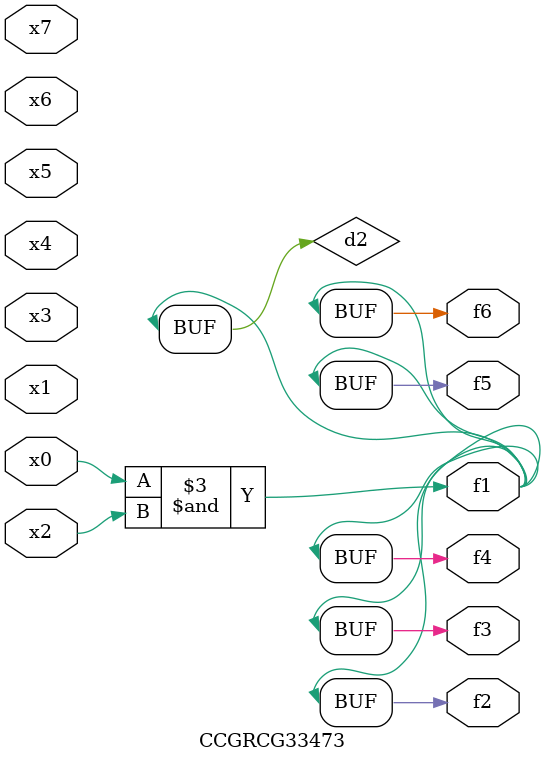
<source format=v>
module CCGRCG33473(
	input x0, x1, x2, x3, x4, x5, x6, x7,
	output f1, f2, f3, f4, f5, f6
);

	wire d1, d2;

	nor (d1, x3, x6);
	and (d2, x0, x2);
	assign f1 = d2;
	assign f2 = d2;
	assign f3 = d2;
	assign f4 = d2;
	assign f5 = d2;
	assign f6 = d2;
endmodule

</source>
